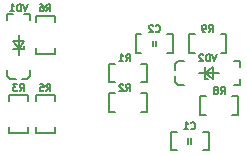
<source format=gbr>
%TF.GenerationSoftware,KiCad,Pcbnew,(6.0.7)*%
%TF.CreationDate,2023-04-28T12:35:49+03:00*%
%TF.ProjectId,ITR-2,4954522d-322e-46b6-9963-61645f706362,rev?*%
%TF.SameCoordinates,Original*%
%TF.FileFunction,Legend,Bot*%
%TF.FilePolarity,Positive*%
%FSLAX46Y46*%
G04 Gerber Fmt 4.6, Leading zero omitted, Abs format (unit mm)*
G04 Created by KiCad (PCBNEW (6.0.7)) date 2023-04-28 12:35:49*
%MOMM*%
%LPD*%
G01*
G04 APERTURE LIST*
%ADD10C,0.150000*%
G04 APERTURE END LIST*
D10*
%TO.C,R8*%
X142600000Y-91021428D02*
X142800000Y-90735714D01*
X142942857Y-91021428D02*
X142942857Y-90421428D01*
X142714285Y-90421428D01*
X142657142Y-90450000D01*
X142628571Y-90478571D01*
X142600000Y-90535714D01*
X142600000Y-90621428D01*
X142628571Y-90678571D01*
X142657142Y-90707142D01*
X142714285Y-90735714D01*
X142942857Y-90735714D01*
X142257142Y-90678571D02*
X142314285Y-90650000D01*
X142342857Y-90621428D01*
X142371428Y-90564285D01*
X142371428Y-90535714D01*
X142342857Y-90478571D01*
X142314285Y-90450000D01*
X142257142Y-90421428D01*
X142142857Y-90421428D01*
X142085714Y-90450000D01*
X142057142Y-90478571D01*
X142028571Y-90535714D01*
X142028571Y-90564285D01*
X142057142Y-90621428D01*
X142085714Y-90650000D01*
X142142857Y-90678571D01*
X142257142Y-90678571D01*
X142314285Y-90707142D01*
X142342857Y-90735714D01*
X142371428Y-90792857D01*
X142371428Y-90907142D01*
X142342857Y-90964285D01*
X142314285Y-90992857D01*
X142257142Y-91021428D01*
X142142857Y-91021428D01*
X142085714Y-90992857D01*
X142057142Y-90964285D01*
X142028571Y-90907142D01*
X142028571Y-90792857D01*
X142057142Y-90735714D01*
X142085714Y-90707142D01*
X142142857Y-90678571D01*
%TO.C,R9*%
X141600000Y-85771428D02*
X141800000Y-85485714D01*
X141942857Y-85771428D02*
X141942857Y-85171428D01*
X141714285Y-85171428D01*
X141657142Y-85200000D01*
X141628571Y-85228571D01*
X141600000Y-85285714D01*
X141600000Y-85371428D01*
X141628571Y-85428571D01*
X141657142Y-85457142D01*
X141714285Y-85485714D01*
X141942857Y-85485714D01*
X141314285Y-85771428D02*
X141200000Y-85771428D01*
X141142857Y-85742857D01*
X141114285Y-85714285D01*
X141057142Y-85628571D01*
X141028571Y-85514285D01*
X141028571Y-85285714D01*
X141057142Y-85228571D01*
X141085714Y-85200000D01*
X141142857Y-85171428D01*
X141257142Y-85171428D01*
X141314285Y-85200000D01*
X141342857Y-85228571D01*
X141371428Y-85285714D01*
X141371428Y-85428571D01*
X141342857Y-85485714D01*
X141314285Y-85514285D01*
X141257142Y-85542857D01*
X141142857Y-85542857D01*
X141085714Y-85514285D01*
X141057142Y-85485714D01*
X141028571Y-85428571D01*
%TO.C,C1*%
X140100000Y-93964285D02*
X140128571Y-93992857D01*
X140214285Y-94021428D01*
X140271428Y-94021428D01*
X140357142Y-93992857D01*
X140414285Y-93935714D01*
X140442857Y-93878571D01*
X140471428Y-93764285D01*
X140471428Y-93678571D01*
X140442857Y-93564285D01*
X140414285Y-93507142D01*
X140357142Y-93450000D01*
X140271428Y-93421428D01*
X140214285Y-93421428D01*
X140128571Y-93450000D01*
X140100000Y-93478571D01*
X139528571Y-94021428D02*
X139871428Y-94021428D01*
X139700000Y-94021428D02*
X139700000Y-93421428D01*
X139757142Y-93507142D01*
X139814285Y-93564285D01*
X139871428Y-93592857D01*
%TO.C,R2*%
X134600000Y-90771428D02*
X134800000Y-90485714D01*
X134942857Y-90771428D02*
X134942857Y-90171428D01*
X134714285Y-90171428D01*
X134657142Y-90200000D01*
X134628571Y-90228571D01*
X134600000Y-90285714D01*
X134600000Y-90371428D01*
X134628571Y-90428571D01*
X134657142Y-90457142D01*
X134714285Y-90485714D01*
X134942857Y-90485714D01*
X134371428Y-90228571D02*
X134342857Y-90200000D01*
X134285714Y-90171428D01*
X134142857Y-90171428D01*
X134085714Y-90200000D01*
X134057142Y-90228571D01*
X134028571Y-90285714D01*
X134028571Y-90342857D01*
X134057142Y-90428571D01*
X134400000Y-90771428D01*
X134028571Y-90771428D01*
%TO.C,R1*%
X134600000Y-88271428D02*
X134800000Y-87985714D01*
X134942857Y-88271428D02*
X134942857Y-87671428D01*
X134714285Y-87671428D01*
X134657142Y-87700000D01*
X134628571Y-87728571D01*
X134600000Y-87785714D01*
X134600000Y-87871428D01*
X134628571Y-87928571D01*
X134657142Y-87957142D01*
X134714285Y-87985714D01*
X134942857Y-87985714D01*
X134028571Y-88271428D02*
X134371428Y-88271428D01*
X134200000Y-88271428D02*
X134200000Y-87671428D01*
X134257142Y-87757142D01*
X134314285Y-87814285D01*
X134371428Y-87842857D01*
%TO.C,C2*%
X137100000Y-85714285D02*
X137128571Y-85742857D01*
X137214285Y-85771428D01*
X137271428Y-85771428D01*
X137357142Y-85742857D01*
X137414285Y-85685714D01*
X137442857Y-85628571D01*
X137471428Y-85514285D01*
X137471428Y-85428571D01*
X137442857Y-85314285D01*
X137414285Y-85257142D01*
X137357142Y-85200000D01*
X137271428Y-85171428D01*
X137214285Y-85171428D01*
X137128571Y-85200000D01*
X137100000Y-85228571D01*
X136871428Y-85228571D02*
X136842857Y-85200000D01*
X136785714Y-85171428D01*
X136642857Y-85171428D01*
X136585714Y-85200000D01*
X136557142Y-85228571D01*
X136528571Y-85285714D01*
X136528571Y-85342857D01*
X136557142Y-85428571D01*
X136900000Y-85771428D01*
X136528571Y-85771428D01*
%TO.C,R6*%
X127850000Y-84021428D02*
X128050000Y-83735714D01*
X128192857Y-84021428D02*
X128192857Y-83421428D01*
X127964285Y-83421428D01*
X127907142Y-83450000D01*
X127878571Y-83478571D01*
X127850000Y-83535714D01*
X127850000Y-83621428D01*
X127878571Y-83678571D01*
X127907142Y-83707142D01*
X127964285Y-83735714D01*
X128192857Y-83735714D01*
X127335714Y-83421428D02*
X127450000Y-83421428D01*
X127507142Y-83450000D01*
X127535714Y-83478571D01*
X127592857Y-83564285D01*
X127621428Y-83678571D01*
X127621428Y-83907142D01*
X127592857Y-83964285D01*
X127564285Y-83992857D01*
X127507142Y-84021428D01*
X127392857Y-84021428D01*
X127335714Y-83992857D01*
X127307142Y-83964285D01*
X127278571Y-83907142D01*
X127278571Y-83764285D01*
X127307142Y-83707142D01*
X127335714Y-83678571D01*
X127392857Y-83650000D01*
X127507142Y-83650000D01*
X127564285Y-83678571D01*
X127592857Y-83707142D01*
X127621428Y-83764285D01*
%TO.C,R3*%
X125600000Y-90771428D02*
X125800000Y-90485714D01*
X125942857Y-90771428D02*
X125942857Y-90171428D01*
X125714285Y-90171428D01*
X125657142Y-90200000D01*
X125628571Y-90228571D01*
X125600000Y-90285714D01*
X125600000Y-90371428D01*
X125628571Y-90428571D01*
X125657142Y-90457142D01*
X125714285Y-90485714D01*
X125942857Y-90485714D01*
X125400000Y-90171428D02*
X125028571Y-90171428D01*
X125228571Y-90400000D01*
X125142857Y-90400000D01*
X125085714Y-90428571D01*
X125057142Y-90457142D01*
X125028571Y-90514285D01*
X125028571Y-90657142D01*
X125057142Y-90714285D01*
X125085714Y-90742857D01*
X125142857Y-90771428D01*
X125314285Y-90771428D01*
X125371428Y-90742857D01*
X125400000Y-90714285D01*
%TO.C,VD1*%
X126285714Y-83421428D02*
X126085714Y-84021428D01*
X125885714Y-83421428D01*
X125685714Y-84021428D02*
X125685714Y-83421428D01*
X125542857Y-83421428D01*
X125457142Y-83450000D01*
X125400000Y-83507142D01*
X125371428Y-83564285D01*
X125342857Y-83678571D01*
X125342857Y-83764285D01*
X125371428Y-83878571D01*
X125400000Y-83935714D01*
X125457142Y-83992857D01*
X125542857Y-84021428D01*
X125685714Y-84021428D01*
X124771428Y-84021428D02*
X125114285Y-84021428D01*
X124942857Y-84021428D02*
X124942857Y-83421428D01*
X125000000Y-83507142D01*
X125057142Y-83564285D01*
X125114285Y-83592857D01*
%TO.C,VD2*%
X142285714Y-87671428D02*
X142085714Y-88271428D01*
X141885714Y-87671428D01*
X141685714Y-88271428D02*
X141685714Y-87671428D01*
X141542857Y-87671428D01*
X141457142Y-87700000D01*
X141400000Y-87757142D01*
X141371428Y-87814285D01*
X141342857Y-87928571D01*
X141342857Y-88014285D01*
X141371428Y-88128571D01*
X141400000Y-88185714D01*
X141457142Y-88242857D01*
X141542857Y-88271428D01*
X141685714Y-88271428D01*
X141114285Y-87728571D02*
X141085714Y-87700000D01*
X141028571Y-87671428D01*
X140885714Y-87671428D01*
X140828571Y-87700000D01*
X140800000Y-87728571D01*
X140771428Y-87785714D01*
X140771428Y-87842857D01*
X140800000Y-87928571D01*
X141142857Y-88271428D01*
X140771428Y-88271428D01*
%TO.C,R5*%
X127850000Y-90771428D02*
X128050000Y-90485714D01*
X128192857Y-90771428D02*
X128192857Y-90171428D01*
X127964285Y-90171428D01*
X127907142Y-90200000D01*
X127878571Y-90228571D01*
X127850000Y-90285714D01*
X127850000Y-90371428D01*
X127878571Y-90428571D01*
X127907142Y-90457142D01*
X127964285Y-90485714D01*
X128192857Y-90485714D01*
X127307142Y-90171428D02*
X127592857Y-90171428D01*
X127621428Y-90457142D01*
X127592857Y-90428571D01*
X127535714Y-90400000D01*
X127392857Y-90400000D01*
X127335714Y-90428571D01*
X127307142Y-90457142D01*
X127278571Y-90514285D01*
X127278571Y-90657142D01*
X127307142Y-90714285D01*
X127335714Y-90742857D01*
X127392857Y-90771428D01*
X127535714Y-90771428D01*
X127592857Y-90742857D01*
X127621428Y-90714285D01*
%TO.C,R8*%
X144100000Y-91200000D02*
X144100000Y-92800000D01*
X140900000Y-91200000D02*
X140900000Y-92800000D01*
X144100000Y-92800000D02*
X143600000Y-92800000D01*
X140900000Y-91200000D02*
X141400000Y-91200000D01*
X144100000Y-91200000D02*
X143600000Y-91200000D01*
X140900000Y-92800000D02*
X141400000Y-92800000D01*
%TO.C,R9*%
X143100000Y-85950000D02*
X143100000Y-87550000D01*
X139900000Y-85950000D02*
X139900000Y-87550000D01*
X143100000Y-87550000D02*
X142600000Y-87550000D01*
X139900000Y-85950000D02*
X140400000Y-85950000D01*
X143100000Y-85950000D02*
X142600000Y-85950000D01*
X139900000Y-87550000D02*
X140400000Y-87550000D01*
%TO.C,C1*%
X138400000Y-95800000D02*
X138400000Y-94200000D01*
X138400000Y-94200000D02*
X138900000Y-94200000D01*
X138400000Y-95800000D02*
X138900000Y-95800000D01*
X140125000Y-95250000D02*
X140125000Y-94750000D01*
X141600000Y-95800000D02*
X141600000Y-94200000D01*
X141600000Y-95800000D02*
X141100000Y-95800000D01*
X139875000Y-95250000D02*
X139875000Y-94750000D01*
X141600000Y-94200000D02*
X141100000Y-94200000D01*
%TO.C,R2*%
X133150000Y-90950000D02*
X133150000Y-92550000D01*
X133150000Y-90950000D02*
X133650000Y-90950000D01*
X136350000Y-90950000D02*
X136350000Y-92550000D01*
X136350000Y-90950000D02*
X135850000Y-90950000D01*
X133150000Y-92550000D02*
X133650000Y-92550000D01*
X136350000Y-92550000D02*
X135850000Y-92550000D01*
%TO.C,R1*%
X136350000Y-90050000D02*
X135850000Y-90050000D01*
X136350000Y-88450000D02*
X136350000Y-90050000D01*
X133150000Y-88450000D02*
X133650000Y-88450000D01*
X133150000Y-90050000D02*
X133650000Y-90050000D01*
X133150000Y-88450000D02*
X133150000Y-90050000D01*
X136350000Y-88450000D02*
X135850000Y-88450000D01*
%TO.C,C2*%
X135400000Y-87550000D02*
X135400000Y-85950000D01*
X138600000Y-85950000D02*
X138100000Y-85950000D01*
X136875000Y-87000000D02*
X136875000Y-86500000D01*
X138600000Y-87550000D02*
X138600000Y-85950000D01*
X138600000Y-87550000D02*
X138100000Y-87550000D01*
X137125000Y-87000000D02*
X137125000Y-86500000D01*
X135400000Y-85950000D02*
X135900000Y-85950000D01*
X135400000Y-87550000D02*
X135900000Y-87550000D01*
%TO.C,R6*%
X126950000Y-84400000D02*
X126950000Y-84900000D01*
X126950000Y-87600000D02*
X128550000Y-87600000D01*
X128550000Y-87600000D02*
X128550000Y-87100000D01*
X126950000Y-87600000D02*
X126950000Y-87100000D01*
X128550000Y-84400000D02*
X128550000Y-84900000D01*
X126950000Y-84400000D02*
X128550000Y-84400000D01*
%TO.C,R3*%
X124700000Y-91150000D02*
X126300000Y-91150000D01*
X124700000Y-91150000D02*
X124700000Y-91650000D01*
X126300000Y-91150000D02*
X126300000Y-91650000D01*
X124700000Y-94350000D02*
X124700000Y-93850000D01*
X126300000Y-94350000D02*
X126300000Y-93850000D01*
X124700000Y-94350000D02*
X126300000Y-94350000D01*
%TO.C,VD1*%
X125000000Y-86500000D02*
X126000000Y-86500000D01*
X125000000Y-87250000D02*
X126000000Y-87250000D01*
X126000000Y-84250000D02*
X126500000Y-84250000D01*
X126000000Y-86500000D02*
X125500000Y-87250000D01*
X124500000Y-89000000D02*
X124500000Y-89500000D01*
X124750000Y-89750000D02*
X124500000Y-89500000D01*
X126000000Y-87250000D02*
X126000000Y-87000000D01*
X126500000Y-89500000D02*
X126250000Y-89750000D01*
X125750000Y-89750000D02*
X126250000Y-89750000D01*
X124750000Y-89750000D02*
X125250000Y-89750000D01*
X125500000Y-87250000D02*
X125000000Y-86500000D01*
X125500000Y-87750000D02*
X125500000Y-86000000D01*
X126500000Y-84750000D02*
X126500000Y-84250000D01*
X125000000Y-84250000D02*
X124500000Y-84250000D01*
X124500000Y-84250000D02*
X124500000Y-84750000D01*
X126500000Y-89500000D02*
X126500000Y-89000000D01*
%TO.C,VD2*%
X144250000Y-88250000D02*
X143750000Y-88250000D01*
X139000000Y-90250000D02*
X138750000Y-90000000D01*
X142000000Y-88750000D02*
X142000000Y-89750000D01*
X142000000Y-89750000D02*
X141250000Y-89250000D01*
X144250000Y-88750000D02*
X144250000Y-88250000D01*
X141250000Y-89250000D02*
X142000000Y-88750000D01*
X139500000Y-88250000D02*
X139000000Y-88250000D01*
X139000000Y-90250000D02*
X139500000Y-90250000D01*
X141250000Y-89750000D02*
X141500000Y-89750000D01*
X140750000Y-89250000D02*
X142500000Y-89250000D01*
X138750000Y-89500000D02*
X138750000Y-90000000D01*
X138750000Y-88500000D02*
X139000000Y-88250000D01*
X143750000Y-90250000D02*
X144250000Y-90250000D01*
X141250000Y-88750000D02*
X141250000Y-89750000D01*
X144250000Y-89750000D02*
X144250000Y-90250000D01*
X138750000Y-88500000D02*
X138750000Y-89000000D01*
%TO.C,R5*%
X126950000Y-91150000D02*
X128550000Y-91150000D01*
X126950000Y-94350000D02*
X128550000Y-94350000D01*
X126950000Y-91150000D02*
X126950000Y-91650000D01*
X128550000Y-94350000D02*
X128550000Y-93850000D01*
X128550000Y-91150000D02*
X128550000Y-91650000D01*
X126950000Y-94350000D02*
X126950000Y-93850000D01*
%TD*%
M02*

</source>
